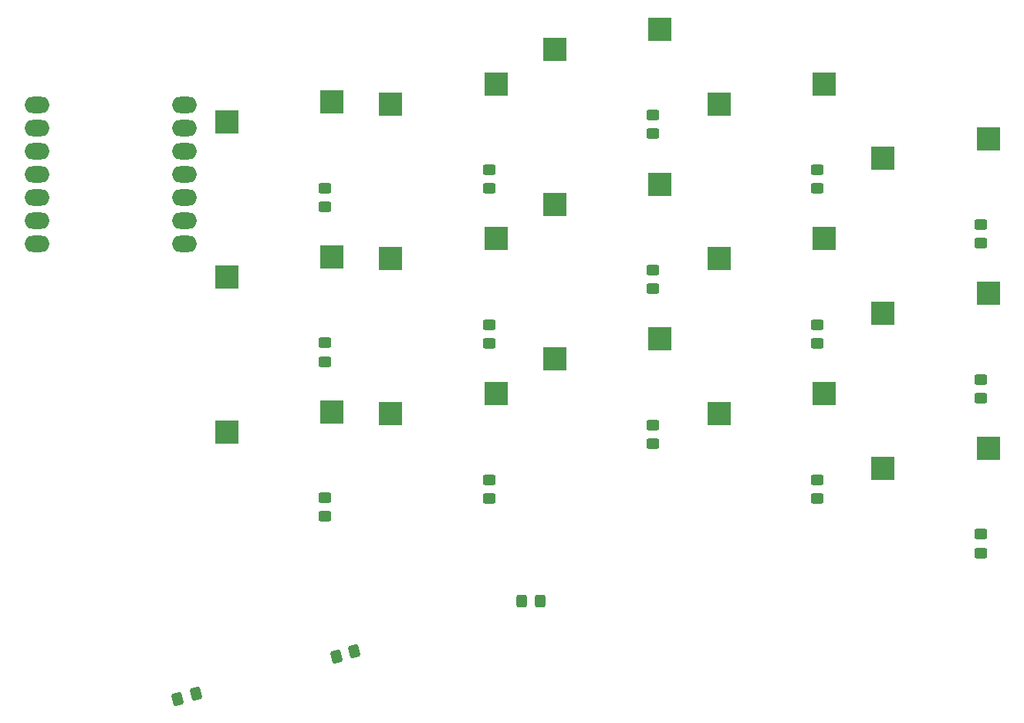
<source format=gbr>
%TF.GenerationSoftware,KiCad,Pcbnew,6.0.7*%
%TF.CreationDate,2023-01-29T15:54:58+00:00*%
%TF.ProjectId,rknt36-rounded,726b6e74-3336-42d7-926f-756e6465642e,rev?*%
%TF.SameCoordinates,Original*%
%TF.FileFunction,Paste,Top*%
%TF.FilePolarity,Positive*%
%FSLAX46Y46*%
G04 Gerber Fmt 4.6, Leading zero omitted, Abs format (unit mm)*
G04 Created by KiCad (PCBNEW 6.0.7) date 2023-01-29 15:54:58*
%MOMM*%
%LPD*%
G01*
G04 APERTURE LIST*
G04 Aperture macros list*
%AMRoundRect*
0 Rectangle with rounded corners*
0 $1 Rounding radius*
0 $2 $3 $4 $5 $6 $7 $8 $9 X,Y pos of 4 corners*
0 Add a 4 corners polygon primitive as box body*
4,1,4,$2,$3,$4,$5,$6,$7,$8,$9,$2,$3,0*
0 Add four circle primitives for the rounded corners*
1,1,$1+$1,$2,$3*
1,1,$1+$1,$4,$5*
1,1,$1+$1,$6,$7*
1,1,$1+$1,$8,$9*
0 Add four rect primitives between the rounded corners*
20,1,$1+$1,$2,$3,$4,$5,0*
20,1,$1+$1,$4,$5,$6,$7,0*
20,1,$1+$1,$6,$7,$8,$9,0*
20,1,$1+$1,$8,$9,$2,$3,0*%
G04 Aperture macros list end*
%ADD10RoundRect,0.250000X0.197457X0.518783X-0.430394X0.350550X-0.197457X-0.518783X0.430394X-0.350550X0*%
%ADD11R,2.600000X2.600000*%
%ADD12RoundRect,0.250000X0.450000X-0.325000X0.450000X0.325000X-0.450000X0.325000X-0.450000X-0.325000X0*%
%ADD13RoundRect,0.250000X0.325000X0.450000X-0.325000X0.450000X-0.325000X-0.450000X0.325000X-0.450000X0*%
%ADD14O,2.750000X1.800000*%
G04 APERTURE END LIST*
D10*
%TO.C,D31*%
X102326952Y-115995675D03*
X100346804Y-116526255D03*
%TD*%
D11*
%TO.C,SW9*%
X171275000Y-66050000D03*
X159725000Y-68250000D03*
%TD*%
%TO.C,SW15*%
X189275000Y-89050000D03*
X177725000Y-91250000D03*
%TD*%
D12*
%TO.C,D21*%
X116500000Y-96525000D03*
X116500000Y-94475000D03*
%TD*%
D11*
%TO.C,SW14*%
X171275000Y-83050000D03*
X159725000Y-85250000D03*
%TD*%
%TO.C,SW6*%
X117275000Y-68050000D03*
X105725000Y-70250000D03*
%TD*%
D12*
%TO.C,D17*%
X170500000Y-77525000D03*
X170500000Y-75475000D03*
%TD*%
D11*
%TO.C,SW4*%
X171275000Y-49050000D03*
X159725000Y-51250000D03*
%TD*%
D12*
%TO.C,D9*%
X188500000Y-66525000D03*
X188500000Y-64475000D03*
%TD*%
%TO.C,D15*%
X152500000Y-71525000D03*
X152500000Y-69475000D03*
%TD*%
D11*
%TO.C,SW13*%
X153275000Y-77050000D03*
X141725000Y-79250000D03*
%TD*%
D12*
%TO.C,D7*%
X170500000Y-60525000D03*
X170500000Y-58475000D03*
%TD*%
%TO.C,D23*%
X134500000Y-94525000D03*
X134500000Y-92475000D03*
%TD*%
%TO.C,D19*%
X188500000Y-83525000D03*
X188500000Y-81475000D03*
%TD*%
%TO.C,D11*%
X116500000Y-79525000D03*
X116500000Y-77475000D03*
%TD*%
D11*
%TO.C,SW8*%
X153275000Y-60050000D03*
X141725000Y-62250000D03*
%TD*%
%TO.C,SW3*%
X153275000Y-43050000D03*
X141725000Y-45250000D03*
%TD*%
%TO.C,SW1*%
X117275000Y-51050000D03*
X105725000Y-53250000D03*
%TD*%
D12*
%TO.C,D3*%
X134500000Y-60525000D03*
X134500000Y-58475000D03*
%TD*%
%TO.C,D1*%
X116500000Y-62525000D03*
X116500000Y-60475000D03*
%TD*%
%TO.C,D29*%
X188500000Y-100525000D03*
X188500000Y-98475000D03*
%TD*%
D11*
%TO.C,SW12*%
X135275000Y-83050000D03*
X123725000Y-85250000D03*
%TD*%
%TO.C,SW5*%
X189275000Y-55050000D03*
X177725000Y-57250000D03*
%TD*%
%TO.C,SW10*%
X189275000Y-72050000D03*
X177725000Y-74250000D03*
%TD*%
D12*
%TO.C,D27*%
X170500000Y-94525000D03*
X170500000Y-92475000D03*
%TD*%
D10*
%TO.C,D33*%
X119713617Y-111336933D03*
X117733469Y-111867513D03*
%TD*%
D12*
%TO.C,D13*%
X134500000Y-77525000D03*
X134500000Y-75475000D03*
%TD*%
%TO.C,D25*%
X152500000Y-88525000D03*
X152500000Y-86475000D03*
%TD*%
D11*
%TO.C,SW2*%
X135275000Y-49050000D03*
X123725000Y-51250000D03*
%TD*%
%TO.C,SW11*%
X117275000Y-85050000D03*
X105725000Y-87250000D03*
%TD*%
D13*
%TO.C,D35*%
X140125000Y-105800000D03*
X138075000Y-105800000D03*
%TD*%
D14*
%TO.C,U1*%
X84905040Y-51380000D03*
X84905040Y-53920000D03*
X84905040Y-56460000D03*
X84905040Y-59000000D03*
X84905040Y-61540000D03*
X84905040Y-64080000D03*
X84905040Y-66620000D03*
X101094960Y-66620000D03*
X101094960Y-64080000D03*
X101094960Y-61540000D03*
X101094960Y-59000000D03*
X101094960Y-56460000D03*
X101094960Y-53920000D03*
X101094960Y-51380000D03*
%TD*%
D11*
%TO.C,SW7*%
X135275000Y-66050000D03*
X123725000Y-68250000D03*
%TD*%
D12*
%TO.C,D5*%
X152500000Y-54525000D03*
X152500000Y-52475000D03*
%TD*%
M02*

</source>
